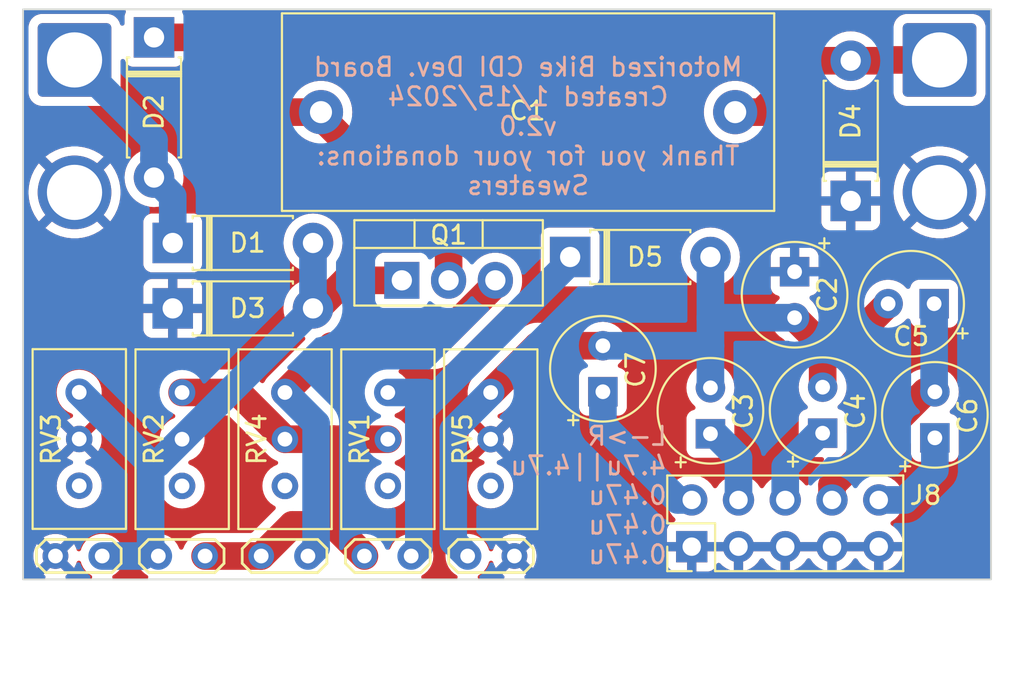
<source format=kicad_pcb>
(kicad_pcb (version 20221018) (generator pcbnew)
  (layers (0 "F.Cu" signal) (31 "B.Cu" signal) (34 "B.Paste" user) (35 "F.Paste" user) (36 "B.SilkS" user "B.Silkscreen") (37 "F.SilkS" user "F.Silkscreen") (38 "B.Mask" user) (39 "F.Mask" user) (44 "Edge.Cuts" user))
  (net 0 "")
  (net 1 "Net-(D2-K)")
  (net 2 "Net-(D4-A)")
  (net 3 "GND")
  (net 4 "Net-(D5-A)")
  (net 5 "Net-(D1-K)")
  (net 6 "Net-(D1-A)")
  (net 7 "Net-(D5-K)")
  (net 8 "Net-(J3-Pin_1)")
  (net 9 "Net-(J3-Pin_2)")
  (net 15 "Net-(J8-Pin_4)")
  (net 16 "Net-(J8-Pin_6)")
  (net 17 "Net-(J8-Pin_8)")
  (net 18 "Net-(J8-Pin_10)")
  (net 19 "Net-(J8-Pin_2)")
  (footprint "TestPoint:TestPoint_2Pads_Pitch2.54mm_Drill0.8mm" (layer "F.Cu") (at 134.092 93.218 180)
    (fp_text reference "J4" hide)
    (fp_text value "scrD")
    (fp_line (start -1.03 -0.4) (end -0.53 -0.9) (stroke (width 0.15)) (layer "F.SilkS"))
    (fp_line (start -1.03 0.4) (end -1.03 -0.4) (stroke (width 0.15)) (layer "F.SilkS"))
    (fp_line (start -0.53 -0.9) (end 3.07 -0.9) (stroke (width 0.15)) (layer "F.SilkS"))
    (fp_line (start -0.53 0.9) (end -1.03 0.4) (stroke (width 0.15)) (layer "F.SilkS"))
    (fp_line (start 3.07 -0.9) (end 3.57 -0.4) (stroke (width 0.15)) (layer "F.SilkS"))
    (fp_line (start 3.07 0.9) (end -0.53 0.9) (stroke (width 0.15)) (layer "F.SilkS"))
    (fp_line (start 3.57 -0.4) (end 3.57 0.4) (stroke (width 0.15)) (layer "F.SilkS"))
    (fp_line (start 3.57 0.4) (end 3.07 0.9) (stroke (width 0.15)) (layer "F.SilkS"))
    (pad "1" thru_hole circle (at 0 0 180) (size 1.4 1.4) (drill 0.8) (layers "*.Cu" "*.Mask") (net 9 "Net-(J3-Pin_2)"))
    (pad "2" thru_hole circle (at 2.54 0 180) (size 1.4 1.4) (drill 0.8) (layers "*.Cu" "*.Mask") (net 6 "Net-(D1-A)"))
  )
  (footprint "Diode_THT:D_DO-41_SOD81_P7.62mm_Horizontal" (layer "F.Cu") (at 153.924 76.962)
    (fp_text reference "D5" (at 4.064 0) (layer "F.SilkS"))
    (fp_text value "1N4007")
    (fp_line (start 1.09 -1.47) (end 6.53 -1.47) (stroke (width 0.12)) (layer "F.SilkS"))
    (fp_line (start 1.09 -1.34) (end 1.09 -1.47) (stroke (width 0.12)) (layer "F.SilkS"))
    (fp_line (start 1.09 1.34) (end 1.09 1.47) (stroke (width 0.12)) (layer "F.SilkS"))
    (fp_line (start 1.09 1.47) (end 6.53 1.47) (stroke (width 0.12)) (layer "F.SilkS"))
    (fp_line (start 1.87 -1.47) (end 1.87 1.47) (stroke (width 0.12)) (layer "F.SilkS"))
    (fp_line (start 1.99 -1.47) (end 1.99 1.47) (stroke (width 0.12)) (layer "F.SilkS"))
    (fp_line (start 2.11 -1.47) (end 2.11 1.47) (stroke (width 0.12)) (layer "F.SilkS"))
    (fp_line (start 6.53 -1.47) (end 6.53 -1.34) (stroke (width 0.12)) (layer "F.SilkS"))
    (fp_line (start 6.53 1.47) (end 6.53 1.34) (stroke (width 0.12)) (layer "F.SilkS"))
    (pad "1" thru_hole rect (at 0 0) (size 2.2 2.2) (drill 1.1) (layers "*.Cu" "*.Mask") (net 7 "Net-(D5-K)"))
    (pad "2" thru_hole oval (at 7.62 0) (size 2.2 2.2) (drill 1.1) (layers "*.Cu" "*.Mask") (net 4 "Net-(D5-A)"))
  )
  (footprint "Connector_PinHeader_2.54mm:PinHeader_2x05_P2.54mm_Vertical" (layer "F.Cu") (at 160.528 92.71 90)
    (fp_text reference "J8" (at 2.794 12.7 180) (layer "F.SilkS"))
    (fp_text value "Conn_02x05_Odd_Even")
    (fp_line (start -1.33 -1.33) (end 0 -1.33) (stroke (width 0.12)) (layer "F.SilkS"))
    (fp_line (start -1.33 0) (end -1.33 -1.33) (stroke (width 0.12)) (layer "F.SilkS"))
    (fp_line (start -1.33 1.27) (end -1.33 11.49) (stroke (width 0.12)) (layer "F.SilkS"))
    (fp_line (start -1.33 1.27) (end 1.27 1.27) (stroke (width 0.12)) (layer "F.SilkS"))
    (fp_line (start -1.33 11.49) (end 3.87 11.49) (stroke (width 0.12)) (layer "F.SilkS"))
    (fp_line (start 1.27 -1.33) (end 3.87 -1.33) (stroke (width 0.12)) (layer "F.SilkS"))
    (fp_line (start 1.27 1.27) (end 1.27 -1.33) (stroke (width 0.12)) (layer "F.SilkS"))
    (fp_line (start 3.87 -1.33) (end 3.87 11.49) (stroke (width 0.12)) (layer "F.SilkS"))
    (pad "1" thru_hole rect (at 0 0 90) (size 1.7 1.7) (drill 1) (layers "*.Cu" "*.Mask") (net 3 "GND"))
    (pad "2" thru_hole oval (at 2.54 0 90) (size 1.7 1.7) (drill 1) (layers "*.Cu" "*.Mask") (net 19 "Net-(J8-Pin_2)"))
    (pad "3" thru_hole oval (at 0 2.54 90) (size 1.7 1.7) (drill 1) (layers "*.Cu" "*.Mask") (net 3 "GND"))
    (pad "4" thru_hole oval (at 2.54 2.54 90) (size 1.7 1.7) (drill 1) (layers "*.Cu" "*.Mask") (net 15 "Net-(J8-Pin_4)"))
    (pad "5" thru_hole oval (at 0 5.08 90) (size 1.7 1.7) (drill 1) (layers "*.Cu" "*.Mask") (net 3 "GND"))
    (pad "6" thru_hole oval (at 2.54 5.08 90) (size 1.7 1.7) (drill 1) (layers "*.Cu" "*.Mask") (net 16 "Net-(J8-Pin_6)"))
    (pad "7" thru_hole oval (at 0 7.62 90) (size 1.7 1.7) (drill 1) (layers "*.Cu" "*.Mask") (net 3 "GND"))
    (pad "8" thru_hole oval (at 2.54 7.62 90) (size 1.7 1.7) (drill 1) (layers "*.Cu" "*.Mask") (net 17 "Net-(J8-Pin_8)"))
    (pad "9" thru_hole oval (at 0 10.16 90) (size 1.7 1.7) (drill 1) (layers "*.Cu" "*.Mask") (net 3 "GND"))
    (pad "10" thru_hole oval (at 2.54 10.16 90) (size 1.7 1.7) (drill 1) (layers "*.Cu" "*.Mask") (net 18 "Net-(J8-Pin_10)"))
  )
  (footprint "Potentiometer_THT:Potentiometer_Bourns_3296W_Vertical" (layer "F.Cu") (at 149.606 84.328 90)
    (fp_text reference "RV5" (at -2.54 -1.524 90) (layer "F.SilkS"))
    (fp_text value "1k")
    (fp_line (start -7.425 -2.53) (end -7.425 2.54) (stroke (width 0.12)) (layer "F.SilkS"))
    (fp_line (start -7.425 -2.53) (end 2.345 -2.53) (stroke (width 0.12)) (layer "F.SilkS"))
    (fp_line (start -7.425 2.54) (end 2.345 2.54) (stroke (width 0.12)) (layer "F.SilkS"))
    (fp_line (start 2.345 -2.53) (end 2.345 2.54) (stroke (width 0.12)) (layer "F.SilkS"))
    (pad "1" thru_hole circle (at 0 0 90) (size 1.44 1.44) (drill 0.8) (layers "*.Cu" "*.Mask") (net 4 "Net-(D5-A)"))
    (pad "2" thru_hole circle (at -2.54 0 90) (size 1.44 1.44) (drill 0.8) (layers "*.Cu" "*.Mask") (net 3 "GND"))
    (pad "3" thru_hole circle (at -5.08 0 90) (size 1.44 1.44) (drill 0.8) (layers "*.Cu" "*.Mask"))
  )
  (footprint "Connector_Wire:SolderWire-2.5sqmm_1x02_P7.2mm_D2.4mm_OD3.6mm" (layer "F.Cu") (at 127 66.25 -90)
    (fp_text reference "J1" hide)
    (fp_text value "MAG")
    (pad "1" thru_hole roundrect (at 0 0 270) (size 4 4) (drill 3) (layers "*.Cu" "*.Mask") (roundrect_rratio 0.0625) (net 5 "Net-(D1-K)"))
    (pad "2" thru_hole circle (at 7.2 0 270) (size 4 4) (drill 3) (layers "*.Cu" "*.Mask") (net 3 "GND"))
  )
  (footprint "Diode_THT:D_DO-41_SOD81_P7.62mm_Horizontal" (layer "F.Cu") (at 132.334 76.2)
    (fp_text reference "D1" (at 4.064 0) (layer "F.SilkS"))
    (fp_text value "1N4007")
    (fp_line (start 1.09 -1.47) (end 6.53 -1.47) (stroke (width 0.12)) (layer "F.SilkS"))
    (fp_line (start 1.09 -1.34) (end 1.09 -1.47) (stroke (width 0.12)) (layer "F.SilkS"))
    (fp_line (start 1.09 1.34) (end 1.09 1.47) (stroke (width 0.12)) (layer "F.SilkS"))
    (fp_line (start 1.09 1.47) (end 6.53 1.47) (stroke (width 0.12)) (layer "F.SilkS"))
    (fp_line (start 1.87 -1.47) (end 1.87 1.47) (stroke (width 0.12)) (layer "F.SilkS"))
    (fp_line (start 1.99 -1.47) (end 1.99 1.47) (stroke (width 0.12)) (layer "F.SilkS"))
    (fp_line (start 2.11 -1.47) (end 2.11 1.47) (stroke (width 0.12)) (layer "F.SilkS"))
    (fp_line (start 6.53 -1.47) (end 6.53 -1.34) (stroke (width 0.12)) (layer "F.SilkS"))
    (fp_line (start 6.53 1.47) (end 6.53 1.34) (stroke (width 0.12)) (layer "F.SilkS"))
    (pad "1" thru_hole rect (at 0 0) (size 2.2 2.2) (drill 1.1) (layers "*.Cu" "*.Mask") (net 5 "Net-(D1-K)"))
    (pad "2" thru_hole oval (at 7.62 0) (size 2.2 2.2) (drill 1.1) (layers "*.Cu" "*.Mask") (net 6 "Net-(D1-A)"))
  )
  (footprint "Capacitor_THT:CP_Radial_Tantal_D5.5mm_P2.50mm" (layer "F.Cu") (at 155.702 84.288 90)
    (fp_text reference "C7" (at 1.196369 1.778 90) (layer "F.SilkS"))
    (fp_text value "0.47u")
    (fp_line (start -1.822262 -1.615) (end -1.272262 -1.615) (stroke (width 0.12)) (layer "F.SilkS"))
    (fp_line (start -1.547262 -1.89) (end -1.547262 -1.34) (stroke (width 0.12)) (layer "F.SilkS"))
    (fp_circle (center 1.25 0) (end 4.12 0) (stroke (width 0.12)) (fill none) (layer "F.SilkS"))
    (pad "1" thru_hole rect (at 0 0 90) (size 1.6 1.6) (drill 0.8) (layers "*.Cu" "*.Mask") (net 19 "Net-(J8-Pin_2)"))
    (pad "2" thru_hole circle (at 2.5 0 90) (size 1.6 1.6) (drill 0.8) (layers "*.Cu" "*.Mask") (net 4 "Net-(D5-A)"))
  )
  (footprint "Capacitor_THT:CP_Radial_Tantal_D5.5mm_P2.50mm" (layer "F.Cu") (at 173.736 86.7944 90)
    (fp_text reference "C6" (at 1.196369 1.778 90) (layer "F.SilkS"))
    (fp_text value "4.7u")
    (fp_line (start -1.822262 -1.615) (end -1.272262 -1.615) (stroke (width 0.12)) (layer "F.SilkS"))
    (fp_line (start -1.547262 -1.89) (end -1.547262 -1.34) (stroke (width 0.12)) (layer "F.SilkS"))
    (fp_circle (center 1.25 0) (end 4.12 0) (stroke (width 0.12)) (fill none) (layer "F.SilkS"))
    (pad "1" thru_hole rect (at 0 0 90) (size 1.6 1.6) (drill 0.8) (layers "*.Cu" "*.Mask") (net 18 "Net-(J8-Pin_10)"))
    (pad "2" thru_hole circle (at 2.5 0 90) (size 1.6 1.6) (drill 0.8) (layers "*.Cu" "*.Mask") (net 17 "Net-(J8-Pin_8)"))
  )
  (footprint "Potentiometer_THT:Potentiometer_Bourns_3296W_Vertical" (layer "F.Cu") (at 127.254 84.318 90)
    (fp_text reference "RV3" (at -2.55 -1.524 90) (layer "F.SilkS"))
    (fp_text value "50")
    (fp_line (start -7.425 -2.53) (end -7.425 2.54) (stroke (width 0.12)) (layer "F.SilkS"))
    (fp_line (start -7.425 -2.53) (end 2.345 -2.53) (stroke (width 0.12)) (layer "F.SilkS"))
    (fp_line (start -7.425 2.54) (end 2.345 2.54) (stroke (width 0.12)) (layer "F.SilkS"))
    (fp_line (start 2.345 -2.53) (end 2.345 2.54) (stroke (width 0.12)) (layer "F.SilkS"))
    (pad "1" thru_hole circle (at 0 0 90) (size 1.44 1.44) (drill 0.8) (layers "*.Cu" "*.Mask") (net 6 "Net-(D1-A)"))
    (pad "2" thru_hole circle (at -2.54 0 90) (size 1.44 1.44) (drill 0.8) (layers "*.Cu" "*.Mask") (net 3 "GND"))
    (pad "3" thru_hole circle (at -5.08 0 90) (size 1.44 1.44) (drill 0.8) (layers "*.Cu" "*.Mask"))
  )
  (footprint "Potentiometer_THT:Potentiometer_Bourns_3296W_Vertical" (layer "F.Cu") (at 144.018 84.328 90)
    (fp_text reference "RV1" (at -2.54 -1.524 90) (layer "F.SilkS"))
    (fp_text value "50")
    (fp_line (start -7.425 -2.53) (end -7.425 2.54) (stroke (width 0.12)) (layer "F.SilkS"))
    (fp_line (start -7.425 -2.53) (end 2.345 -2.53) (stroke (width 0.12)) (layer "F.SilkS"))
    (fp_line (start -7.425 2.54) (end 2.345 2.54) (stroke (width 0.12)) (layer "F.SilkS"))
    (fp_line (start 2.345 -2.53) (end 2.345 2.54) (stroke (width 0.12)) (layer "F.SilkS"))
    (pad "1" thru_hole circle (at 0 0 90) (size 1.44 1.44) (drill 0.8) (layers "*.Cu" "*.Mask") (net 7 "Net-(D5-K)"))
    (pad "2" thru_hole circle (at -2.54 0 90) (size 1.44 1.44) (drill 0.8) (layers "*.Cu" "*.Mask") (net 9 "Net-(J3-Pin_2)"))
    (pad "3" thru_hole circle (at -5.08 0 90) (size 1.44 1.44) (drill 0.8) (layers "*.Cu" "*.Mask"))
  )
  (footprint "Potentiometer_THT:Potentiometer_Bourns_3296W_Vertical" (layer "F.Cu") (at 138.43 84.328 90)
    (fp_text reference "RV4" (at -2.54 -1.524 90) (layer "F.SilkS"))
    (fp_text value "500")
    (fp_line (start -7.425 -2.53) (end -7.425 2.54) (stroke (width 0.12)) (layer "F.SilkS"))
    (fp_line (start -7.425 -2.53) (end 2.345 -2.53) (stroke (width 0.12)) (layer "F.SilkS"))
    (fp_line (start -7.425 2.54) (end 2.345 2.54) (stroke (width 0.12)) (layer "F.SilkS"))
    (fp_line (start 2.345 -2.53) (end 2.345 2.54) (stroke (width 0.12)) (layer "F.SilkS"))
    (pad "1" thru_hole circle (at 0 0 90) (size 1.44 1.44) (drill 0.8) (layers "*.Cu" "*.Mask") (net 8 "Net-(J3-Pin_1)"))
    (pad "2" thru_hole circle (at -2.54 0 90) (size 1.44 1.44) (drill 0.8) (layers "*.Cu" "*.Mask") (net 9 "Net-(J3-Pin_2)"))
    (pad "3" thru_hole circle (at -5.08 0 90) (size 1.44 1.44) (drill 0.8) (layers "*.Cu" "*.Mask"))
  )
  (footprint "Diode_THT:D_DO-41_SOD81_P7.62mm_Horizontal" (layer "F.Cu") (at 169.164 73.914 90)
    (fp_text reference "D4" (at 4.318 0 90) (layer "F.SilkS"))
    (fp_text value "1N4007")
    (fp_line (start 1.09 -1.47) (end 6.53 -1.47) (stroke (width 0.12)) (layer "F.SilkS"))
    (fp_line (start 1.09 -1.34) (end 1.09 -1.47) (stroke (width 0.12)) (layer "F.SilkS"))
    (fp_line (start 1.09 1.34) (end 1.09 1.47) (stroke (width 0.12)) (layer "F.SilkS"))
    (fp_line (start 1.09 1.47) (end 6.53 1.47) (stroke (width 0.12)) (layer "F.SilkS"))
    (fp_line (start 1.87 -1.47) (end 1.87 1.47) (stroke (width 0.12)) (layer "F.SilkS"))
    (fp_line (start 1.99 -1.47) (end 1.99 1.47) (stroke (width 0.12)) (layer "F.SilkS"))
    (fp_line (start 2.11 -1.47) (end 2.11 1.47) (stroke (width 0.12)) (layer "F.SilkS"))
    (fp_line (start 6.53 -1.47) (end 6.53 -1.34) (stroke (width 0.12)) (layer "F.SilkS"))
    (fp_line (start 6.53 1.47) (end 6.53 1.34) (stroke (width 0.12)) (layer "F.SilkS"))
    (pad "1" thru_hole rect (at 0 0 90) (size 2.2 2.2) (drill 1.1) (layers "*.Cu" "*.Mask") (net 3 "GND"))
    (pad "2" thru_hole oval (at 7.62 0 90) (size 2.2 2.2) (drill 1.1) (layers "*.Cu" "*.Mask") (net 2 "Net-(D4-A)"))
  )
  (footprint "Capacitor_THT:CP_Radial_Tantal_D5.5mm_P2.50mm" (layer "F.Cu") (at 167.64 86.5404 90)
    (fp_text reference "C4" (at 1.196369 1.778 90) (layer "F.SilkS"))
    (fp_text value "0.47u")
    (fp_line (start -1.822262 -1.615) (end -1.272262 -1.615) (stroke (width 0.12)) (layer "F.SilkS"))
    (fp_line (start -1.547262 -1.89) (end -1.547262 -1.34) (stroke (width 0.12)) (layer "F.SilkS"))
    (fp_circle (center 1.25 0) (end 4.12 0) (stroke (width 0.12)) (fill none) (layer "F.SilkS"))
    (pad "1" thru_hole rect (at 0 0 90) (size 1.6 1.6) (drill 0.8) (layers "*.Cu" "*.Mask") (net 16 "Net-(J8-Pin_6)"))
    (pad "2" thru_hole circle (at 2.5 0 90) (size 1.6 1.6) (drill 0.8) (layers "*.Cu" "*.Mask") (net 4 "Net-(D5-A)"))
  )
  (footprint "Package_TO_SOT_THT:TO-220-3_Vertical" (layer "F.Cu") (at 144.78 78.232)
    (fp_text reference "Q1" (at 2.54 -2.469) (layer "F.SilkS"))
    (fp_text value "TIC106")
    (fp_line (start -2.58 -3.27) (end -2.58 1.371) (stroke (width 0.12)) (layer "F.SilkS"))
    (fp_line (start -2.58 -3.27) (end 7.66 -3.27) (stroke (width 0.12)) (layer "F.SilkS"))
    (fp_line (start -2.58 -1.76) (end 7.66 -1.76) (stroke (width 0.12)) (layer "F.SilkS"))
    (fp_line (start -2.58 1.371) (end 7.66 1.371) (stroke (width 0.12)) (layer "F.SilkS"))
    (fp_line (start 0.69 -3.27) (end 0.69 -1.76) (stroke (width 0.12)) (layer "F.SilkS"))
    (fp_line (start 4.391 -3.27) (end 4.391 -1.76) (stroke (width 0.12)) (layer "F.SilkS"))
    (fp_line (start 7.66 -3.27) (end 7.66 1.371) (stroke (width 0.12)) (layer "F.SilkS"))
    (pad "1" thru_hole rect (at 0 0) (size 1.905 2) (drill 1.1) (layers "*.Cu" "*.Mask") (net 6 "Net-(D1-A)"))
    (pad "2" thru_hole oval (at 2.54 0) (size 1.905 2) (drill 1.1) (layers "*.Cu" "*.Mask") (net 1 "Net-(D2-K)"))
    (pad "3" thru_hole oval (at 5.08 0) (size 1.905 2) (drill 1.1) (layers "*.Cu" "*.Mask") (net 8 "Net-(J3-Pin_1)"))
  )
  (footprint "Diode_THT:D_DO-41_SOD81_P7.62mm_Horizontal" (layer "F.Cu") (at 131.318 65.024 -90)
    (fp_text reference "D2" (at 4.064 0 90) (layer "F.SilkS"))
    (fp_text value "1N4007")
    (fp_line (start 1.09 -1.47) (end 6.53 -1.47) (stroke (width 0.12)) (layer "F.SilkS"))
    (fp_line (start 1.09 -1.34) (end 1.09 -1.47) (stroke (width 0.12)) (layer "F.SilkS"))
    (fp_line (start 1.09 1.34) (end 1.09 1.47) (stroke (width 0.12)) (layer "F.SilkS"))
    (fp_line (start 1.09 1.47) (end 6.53 1.47) (stroke (width 0.12)) (layer "F.SilkS"))
    (fp_line (start 1.87 -1.47) (end 1.87 1.47) (stroke (width 0.12)) (layer "F.SilkS"))
    (fp_line (start 1.99 -1.47) (end 1.99 1.47) (stroke (width 0.12)) (layer "F.SilkS"))
    (fp_line (start 2.11 -1.47) (end 2.11 1.47) (stroke (width 0.12)) (layer "F.SilkS"))
    (fp_line (start 6.53 -1.47) (end 6.53 -1.34) (stroke (width 0.12)) (layer "F.SilkS"))
    (fp_line (start 6.53 1.47) (end 6.53 1.34) (stroke (width 0.12)) (layer "F.SilkS"))
    (pad "1" thru_hole rect (at 0 0 270) (size 2.2 2.2) (drill 1.1) (layers "*.Cu" "*.Mask") (net 1 "Net-(D2-K)"))
    (pad "2" thru_hole oval (at 7.62 0 270) (size 2.2 2.2) (drill 1.1) (layers "*.Cu" "*.Mask") (net 5 "Net-(D1-K)"))
  )
  (footprint "TestPoint:TestPoint_2Pads_Pitch2.54mm_Drill0.8mm" (layer "F.Cu") (at 142.748 93.218)
    (fp_text reference "J5" hide)
    (fp_text value "AtG")
    (fp_line (start -1.03 -0.4) (end -0.53 -0.9) (stroke (width 0.15)) (layer "F.SilkS"))
    (fp_line (start -1.03 0.4) (end -1.03 -0.4) (stroke (width 0.15)) (layer "F.SilkS"))
    (fp_line (start -0.53 -0.9) (end 3.07 -0.9) (stroke (width 0.15)) (layer "F.SilkS"))
    (fp_line (start -0.53 0.9) (end -1.03 0.4) (stroke (width 0.15)) (layer "F.SilkS"))
    (fp_line (start 3.07 -0.9) (end 3.57 -0.4) (stroke (width 0.15)) (layer "F.SilkS"))
    (fp_line (start 3.07 0.9) (end -0.53 0.9) (stroke (width 0.15)) (layer "F.SilkS"))
    (fp_line (start 3.57 -0.4) (end 3.57 0.4) (stroke (width 0.15)) (layer "F.SilkS"))
    (fp_line (start 3.57 0.4) (end 3.07 0.9) (stroke (width 0.15)) (layer "F.SilkS"))
    (pad "1" thru_hole circle (at 0 0) (size 1.4 1.4) (drill 0.8) (layers "*.Cu" "*.Mask") (net 9 "Net-(J3-Pin_2)"))
    (pad "2" thru_hole circle (at 2.54 0) (size 1.4 1.4) (drill 0.8) (layers "*.Cu" "*.Mask") (net 7 "Net-(D5-K)"))
  )
  (footprint "Capacitor_THT:CP_Radial_Tantal_D5.5mm_P2.50mm" (layer "F.Cu") (at 166.116 77.764 -90)
    (fp_text reference "C2" (at 1.25 -1.778 -90) (layer "F.SilkS"))
    (fp_text value "0.47u")
    (fp_line (start -1.822262 -1.615) (end -1.272262 -1.615) (stroke (width 0.12)) (layer "F.SilkS"))
    (fp_line (start -1.547262 -1.89) (end -1.547262 -1.34) (stroke (width 0.12)) (layer "F.SilkS"))
    (fp_circle (center 1.25 0) (end 4.12 0) (stroke (width 0.12)) (fill none) (layer "F.SilkS"))
    (pad "1" thru_hole rect (at 0 0 270) (size 1.6 1.6) (drill 0.8) (layers "*.Cu" "*.Mask") (net 3 "GND"))
    (pad "2" thru_hole circle (at 2.5 0 270) (size 1.6 1.6) (drill 0.8) (layers "*.Cu" "*.Mask") (net 4 "Net-(D5-A)"))
  )
  (footprint "Diode_THT:D_DO-41_SOD81_P7.62mm_Horizontal" (layer "F.Cu") (at 132.334 79.756)
    (fp_text reference "D3" (at 4.064 0) (layer "F.SilkS"))
    (fp_text value "1N4007")
    (fp_line (start 1.09 -1.47) (end 6.53 -1.47) (stroke (width 0.12)) (layer "F.SilkS"))
    (fp_line (start 1.09 -1.34) (end 1.09 -1.47) (stroke (width 0.12)) (layer "F.SilkS"))
    (fp_line (start 1.09 1.34) (end 1.09 1.47) (stroke (width 0.12)) (layer "F.SilkS"))
    (fp_line (start 1.09 1.47) (end 6.53 1.47) (stroke (width 0.12)) (layer "F.SilkS"))
    (fp_line (start 1.87 -1.47) (end 1.87 1.47) (stroke (width 0.12)) (layer "F.SilkS"))
    (fp_line (start 1.99 -1.47) (end 1.99 1.47) (stroke (width 0.12)) (layer "F.SilkS"))
    (fp_line (start 2.11 -1.47) (end 2.11 1.47) (stroke (width 0.12)) (layer "F.SilkS"))
    (fp_line (start 6.53 -1.47) (end 6.53 -1.34) (stroke (width 0.12)) (layer "F.SilkS"))
    (fp_line (start 6.53 1.47) (end 6.53 1.34) (stroke (width 0.12)) (layer "F.SilkS"))
    (pad "1" thru_hole rect (at 0 0) (size 2.2 2.2) (drill 1.1) (layers "*.Cu" "*.Mask") (net 3 "GND"))
    (pad "2" thru_hole oval (at 7.62 0) (size 2.2 2.2) (drill 1.1) (layers "*.Cu" "*.Mask") (net 6 "Net-(D1-A)"))
  )
  (footprint "Capacitor_THT:C_Rect_L26.5mm_W10.5mm_P22.50mm_MKS4" (layer "F.Cu") (at 140.388 69.088)
    (fp_text reference "C1" (at 11.214 -0.074) (layer "F.SilkS"))
    (fp_text value "1u")
    (fp_line (start -2.12 -5.37) (end -2.12 5.37) (stroke (width 0.12)) (layer "F.SilkS"))
    (fp_line (start -2.12 -5.37) (end 24.62 -5.37) (stroke (width 0.12)) (layer "F.SilkS"))
    (fp_line (start -2.12 5.37) (end 24.62 5.37) (stroke (width 0.12)) (layer "F.SilkS"))
    (fp_line (start 24.62 -5.37) (end 24.62 5.37) (stroke (width 0.12)) (layer "F.SilkS"))
    (pad "1" thru_hole circle (at 0 0) (size 2.4 2.4) (drill 1.2) (layers "*.Cu" "*.Mask") (net 1 "Net-(D2-K)"))
    (pad "2" thru_hole circle (at 22.5 0) (size 2.4 2.4) (drill 1.2) (layers "*.Cu" "*.Mask") (net 2 "Net-(D4-A)"))
  )
  (footprint "Capacitor_THT:CP_Radial_Tantal_D5.5mm_P2.50mm" (layer "F.Cu") (at 161.544 86.574 90)
    (fp_text reference "C3" (at 1.23 1.778 90) (layer "F.SilkS"))
    (fp_text value "0.47u")
    (fp_line (start -1.822262 -1.615) (end -1.272262 -1.615) (stroke (width 0.12)) (layer "F.SilkS"))
    (fp_line (start -1.547262 -1.89) (end -1.547262 -1.34) (stroke (width 0.12)) (layer "F.SilkS"))
    (fp_circle (center 1.25 0) (end 4.12 0) (stroke (width 0.12)) (fill none) (layer "F.SilkS"))
    (pad "1" thru_hole rect (at 0 0 90) (size 1.6 1.6) (drill 0.8) (layers "*.Cu" "*.Mask") (net 15 "Net-(J8-Pin_4)"))
    (pad "2" thru_hole circle (at 2.5 0 90) (size 1.6 1.6) (drill 0.8) (layers "*.Cu" "*.Mask") (net 4 "Net-(D5-A)"))
  )
  (footprint "TestPoint:TestPoint_2Pads_Pitch2.54mm_Drill0.8mm" (layer "F.Cu") (at 139.68 93.218 180)
    (fp_text reference "J3" hide)
    (fp_text value "GtD")
    (fp_line (start -1.03 -0.4) (end -0.53 -0.9) (stroke (width 0.15)) (layer "F.SilkS"))
    (fp_line (start -1.03 0.4) (end -1.03 -0.4) (stroke (width 0.15)) (layer "F.SilkS"))
    (fp_line (start -0.53 -0.9) (end 3.07 -0.9) (stroke (width 0.15)) (layer "F.SilkS"))
    (fp_line (start -0.53 0.9) (end -1.03 0.4) (stroke (width 0.15)) (layer "F.SilkS"))
    (fp_line (start 3.07 -0.9) (end 3.57 -0.4) (stroke (width 0.15)) (layer "F.SilkS"))
    (fp_line (start 3.07 0.9) (end -0.53 0.9) (stroke (width 0.15)) (layer "F.SilkS"))
    (fp_line (start 3.57 -0.4) (end 3.57 0.4) (stroke (width 0.15)) (layer "F.SilkS"))
    (fp_line (start 3.57 0.4) (end 3.07 0.9) (stroke (width 0.15)) (layer "F.SilkS"))
    (pad "1" thru_hole circle (at 0 0 180) (size 1.4 1.4) (drill 0.8) (layers "*.Cu" "*.Mask") (net 8 "Net-(J3-Pin_1)"))
    (pad "2" thru_hole circle (at 2.54 0 180) (size 1.4 1.4) (drill 0.8) (layers "*.Cu" "*.Mask") (net 9 "Net-(J3-Pin_2)"))
  )
  (footprint "Capacitor_THT:CP_Radial_Tantal_D5.5mm_P2.50mm" (layer "F.Cu") (at 173.696 79.502 180)
    (fp_text reference "C5" (at 1.25 -1.778) (layer "F.SilkS"))
    (fp_text value "4.7u")
    (fp_line (start -1.822262 -1.615) (end -1.272262 -1.615) (stroke (width 0.12)) (layer "F.SilkS"))
    (fp_line (start -1.547262 -1.89) (end -1.547262 -1.34) (stroke (width 0.12)) (layer "F.SilkS"))
    (fp_circle (center 1.25 0) (end 4.12 0) (stroke (width 0.12)) (fill none) (layer "F.SilkS"))
    (pad "1" thru_hole rect (at 0 0 180) (size 1.6 1.6) (drill 0.8) (layers "*.Cu" "*.Mask") (net 17 "Net-(J8-Pin_8)"))
    (pad "2" thru_hole circle (at 2.5 0 180) (size 1.6 1.6) (drill 0.8) (layers "*.Cu" "*.Mask") (net 4 "Net-(D5-A)"))
  )
  (footprint "Potentiometer_THT:Potentiometer_Bourns_3296W_Vertical" (layer "F.Cu") (at 132.842 84.328 90)
    (fp_text reference "RV2" (at -2.54 -1.524 90) (layer "F.SilkS"))
    (fp_text value "2k")
    (fp_line (start -7.425 -2.53) (end -7.425 2.54) (stroke (width 0.12)) (layer "F.SilkS"))
    (fp_line (start -7.425 -2.53) (end 2.345 -2.53) (stroke (width 0.12)) (layer "F.SilkS"))
    (fp_line (start -7.425 2.54) (end 2.345 2.54) (stroke (width 0.12)) (layer "F.SilkS"))
    (fp_line (start 2.345 -2.53) (end 2.345 2.54) (stroke (width 0.12)) (layer "F.SilkS"))
    (pad "1" thru_hole circle (at 0 0 90) (size 1.44 1.44) (drill 0.8) (layers "*.Cu" "*.Mask") (net 9 "Net-(J3-Pin_2)"))
    (pad "2" thru_hole circle (at -2.54 0 90) (size 1.44 1.44) (drill 0.8) (layers "*.Cu" "*.Mask") (net 6 "Net-(D1-A)"))
    (pad "3" thru_hole circle (at -5.08 0 90) (size 1.44 1.44) (drill 0.8) (layers "*.Cu" "*.Mask"))
  )
  (footprint "TestPoint:TestPoint_2Pads_Pitch2.54mm_Drill0.8mm" (layer "F.Cu") (at 148.356 93.218)
    (fp_text reference "J7" hide)
    (fp_text value "aD")
    (fp_line (start -1.03 -0.4) (end -0.53 -0.9) (stroke (width 0.15)) (layer "F.SilkS"))
    (fp_line (start -1.03 0.4) (end -1.03 -0.4) (stroke (width 0.15)) (layer "F.SilkS"))
    (fp_line (start -0.53 -0.9) (end 3.07 -0.9) (stroke (width 0.15)) (layer "F.SilkS"))
    (fp_line (start -0.53 0.9) (end -1.03 0.4) (stroke (width 0.15)) (layer "F.SilkS"))
    (fp_line (start 3.07 -0.9) (end 3.57 -0.4) (stroke (width 0.15)) (layer "F.SilkS"))
    (fp_line (start 3.07 0.9) (end -0.53 0.9) (stroke (width 0.15)) (layer "F.SilkS"))
    (fp_line (start 3.57 -0.4) (end 3.57 0.4) (stroke (width 0.15)) (layer "F.SilkS"))
    (fp_line (start 3.57 0.4) (end 3.07 0.9) (stroke (width 0.15)) (layer "F.SilkS"))
    (pad "1" thru_hole circle (at 0 0) (size 1.4 1.4) (drill 0.8) (layers "*.Cu" "*.Mask") (net 4 "Net-(D5-A)"))
    (pad "2" thru_hole circle (at 2.54 0) (size 1.4 1.4) (drill 0.8) (layers "*.Cu" "*.Mask") (net 3 "GND"))
  )
  (footprint "Connector_Wire:SolderWire-2.5sqmm_1x02_P7.2mm_D2.4mm_OD3.6mm" (layer "F.Cu") (at 173.99 66.25 -90)
    (fp_text reference "J6" hide)
    (fp_text value "COIL")
    (pad "1" thru_hole roundrect (at 0 0 270) (size 4 4) (drill 3) (layers "*.Cu" "*.Mask") (roundrect_rratio 0.0625) (net 2 "Net-(D4-A)"))
    (pad "2" thru_hole circle (at 7.2 0 270) (size 4 4) (drill 3) (layers "*.Cu" "*.Mask") (net 3 "GND"))
  )
  (footprint "TestPoint:TestPoint_2Pads_Pitch2.54mm_Drill0.8mm" (layer "F.Cu") (at 128.504 93.218 180)
    (fp_text reference "J2" hide)
    (fp_text value "lD")
    (fp_line (start -1.03 -0.4) (end -0.53 -0.9) (stroke (width 0.15)) (layer "F.SilkS"))
    (fp_line (start -1.03 0.4) (end -1.03 -0.4) (stroke (width 0.15)) (layer "F.SilkS"))
    (fp_line (start -0.53 -0.9) (end 3.07 -0.9) (stroke (width 0.15)) (layer "F.SilkS"))
    (fp_line (start -0.53 0.9) (end -1.03 0.4) (stroke (width 0.15)) (layer "F.SilkS"))
    (fp_line (start 3.07 -0.9) (end 3.57 -0.4) (stroke (width 0.15)) (layer "F.SilkS"))
    (fp_line (start 3.07 0.9) (end -0.53 0.9) (stroke (width 0.15)) (layer "F.SilkS"))
    (fp_line (start 3.57 -0.4) (end 3.57 0.4) (stroke (width 0.15)) (layer "F.SilkS"))
    (fp_line (start 3.57 0.4) (end 3.07 0.9) (stroke (width 0.15)) (layer "F.SilkS"))
    (pad "1" thru_hole circle (at 0 0 180) (size 1.4 1.4) (drill 0.8) (layers "*.Cu" "*.Mask") (net 6 "Net-(D1-A)"))
    (pad "2" thru_hole circle (at 2.54 0 180) (size 1.4 1.4) (drill 0.8) (layers "*.Cu" "*.Mask") (net 3 "GND"))
  )
  (gr_rect (start 124.206 63.5) (end 176.784 94.488) (stroke (width 0.1)) (fill none) (layer "Edge.Cuts"))
  (gr_text "L->R\n4.7u||4.7u\n0.47u\n0.47u\n0.47u" (at 159.258 93.726) (layer "B.SilkS") (effects (font (size 1 1)) (justify left bottom mirror)))
  (gr_text "Motorized Bike CDI Dev. Board\nCreated 1/15/2024\nv2.0\nThank you for your donations:\nSweaters" (at 151.638 73.66) (layer "B.SilkS") (effects (font (size 1 1)) (justify bottom mirror)))
  (segment (start 140.388 69.3481) (end 147.32 76.2801) (width 1.5) (layer "F.Cu") (net 1))
  (segment (start 147.32 78.232) (end 147.32 76.2801) (width 1.5) (layer "F.Cu") (net 1))
  (segment (start 137.4339 69.088) (end 133.3699 65.024) (width 1.5) (layer "F.Cu") (net 1))
  (segment (start 131.318 65.024) (end 133.3699 65.024) (width 1.5) (layer "F.Cu") (net 1))
  (segment (start 140.388 69.088) (end 140.388 69.3481) (width 1.5) (layer "F.Cu") (net 1))
  (segment (start 140.388 69.088) (end 137.4339 69.088) (width 1.5) (layer "F.Cu") (net 1))
  (segment (start 169.164 66.294) (end 171.2159 66.294) (width 1.5) (layer "F.Cu") (net 2))
  (segment (start 169.164 66.294) (end 167.1121 66.294) (width 1.5) (layer "F.Cu") (net 2))
  (segment (start 171.2599 66.25) (end 171.2159 66.294) (width 1.5) (layer "F.Cu") (net 2))
  (segment (start 164.3181 69.088) (end 167.1121 66.294) (width 1.5) (layer "F.Cu") (net 2))
  (segment (start 173.99 66.25) (end 171.2599 66.25) (width 1.5) (layer "F.Cu") (net 2))
  (segment (start 162.888 69.088) (end 164.3181 69.088) (width 1.5) (layer "F.Cu") (net 2))
  (segment (start 166.116 80.264) (end 167.64 81.788) (width 1.5) (layer "F.Cu") (net 4))
  (segment (start 167.64 81.788) (end 167.64 84.0404) (width 1.5) (layer "F.Cu") (net 4))
  (segment (start 149.606 84.328) (end 152.146 81.788) (width 1.5) (layer "F.Cu") (net 4))
  (segment (start 168.91 81.788) (end 167.64 81.788) (width 1.5) (layer "F.Cu") (net 4))
  (segment (start 171.196 79.502) (end 168.91 81.788) (width 1.5) (layer "F.Cu") (net 4))
  (segment (start 152.146 81.788) (end 155.702 81.788) (width 1.5) (layer "F.Cu") (net 4))
  (segment (start 147.574 92.436) (end 148.356 93.218) (width 1.5) (layer "B.Cu") (net 4))
  (segment (start 161.544 76.962) (end 161.544 80.264) (width 1.5) (layer "B.Cu") (net 4))
  (segment (start 161.544 81.788) (end 161.544 84.074) (width 1.5) (layer "B.Cu") (net 4))
  (segment (start 149.606 84.328) (end 147.574 86.36) (width 1.5) (layer "B.Cu") (net 4))
  (segment (start 147.574 86.36) (end 147.574 92.436) (width 1.5) (layer "B.Cu") (net 4))
  (segment (start 161.544 80.264) (end 161.544 81.788) (width 1.5) (layer "B.Cu") (net 4))
  (segment (start 161.544 80.264) (end 166.116 80.264) (width 1.5) (layer "B.Cu") (net 4))
  (segment (start 155.702 81.788) (end 161.544 81.788) (width 1.5) (layer "B.Cu") (net 4))
  (segment (start 131.318 72.644) (end 132.334 73.66) (width 1.5) (layer "B.Cu") (net 5))
  (segment (start 132.334 73.66) (end 132.334 76.2) (width 1.5) (layer "B.Cu") (net 5))
  (segment (start 131.318 71.618) (end 131.318 70.5921) (width 1.5) (layer "B.Cu") (net 5))
  (segment (start 127 66.2741) (end 131.318 70.5921) (width 1.5) (layer "B.Cu") (net 5))
  (segment (start 127 66.25) (end 127 66.2741) (width 1.5) (layer "B.Cu") (net 5))
  (segment (start 131.318 72.644) (end 131.318 71.618) (width 1.5) (layer "B.Cu") (net 5))
  (segment (start 141.732 78.232) (end 140.208 79.756) (width 1.5) (layer "F.Cu") (net 6))
  (segment (start 140.208 79.756) (end 139.954 79.756) (width 1.5) (layer "F.Cu") (net 6))
  (segment (start 144.78 78.232) (end 141.732 78.232) (width 1.5) (layer "F.Cu") (net 6))
  (segment (start 130.7114 93.218) (end 128.504 93.218) (width 1.5) (layer "B.Cu") (net 6))
  (segment (start 127.254 84.318) (end 131.1317 88.1957) (width 1.5) (layer "B.Cu") (net 6))
  (segment (start 139.954 76.2) (end 139.954 79.756) (width 1.5) (layer "B.Cu") (net 6))
  (segment (start 131.5143 88.1957) (end 131.1317 88.1957) (width 1.5) (layer "B.Cu") (net 6))
  (segment (start 131.1317 88.1957) (end 131.1317 92.7977) (width 1.5) (layer "B.Cu") (net 6))
  (segment (start 132.842 86.868) (end 131.5143 88.1957) (width 1.5) (layer "B.Cu") (net 6))
  (segment (start 139.954 79.756) (end 132.842 86.868) (width 1.5) (layer "B.Cu") (net 6))
  (segment (start 131.1317 92.7977) (end 131.552 93.218) (width 1.5) (layer "B.Cu") (net 6))
  (segment (start 131.1317 92.7977) (end 130.7114 93.218) (width 1.5) (layer "B.Cu") (net 6))
  (segment (start 146.304 84.582) (end 145.7026 85.1834) (width 1.5) (layer "B.Cu") (net 7))
  (segment (start 145.7026 85.1834) (end 145.7026 92.8034) (width 1.5) (layer "B.Cu") (net 7))
  (segment (start 153.924 77.216) (end 145.9566 85.1834) (width 1.5) (layer "B.Cu") (net 7))
  (segment (start 145.9566 85.1834) (end 145.7026 85.1834) (width 1.5) (layer "B.Cu") (net 7))
  (segment (start 145.7026 92.8034) (end 145.288 93.218) (width 1.5) (layer "B.Cu") (net 7))
  (segment (start 144.018 84.328) (end 146.05 84.328) (width 1.5) (layer "B.Cu") (net 7))
  (segment (start 153.924 76.962) (end 153.924 77.216) (width 1.5) (layer "B.Cu") (net 7))
  (segment (start 146.05 84.328) (end 146.304 84.582) (width 1.5) (layer "B.Cu") (net 7))
  (segment (start 140.9516 81.8064) (end 138.43 84.328) (width 1.5) (layer "F.Cu") (net 8))
  (segment (start 146.5061 81.8064) (end 140.9516 81.8064) (width 1.5) (layer "F.Cu") (net 8))
  (segment (start 149.86 78.4525) (end 146.5061 81.8064) (width 1.5) (layer "F.Cu") (net 8))
  (segment (start 149.86 78.232) (end 149.86 78.4525) (width 1.5) (layer "F.Cu") (net 8))
  (segment (start 138.43 84.328) (end 140.123 86.021) (width 1.5) (layer "B.Cu") (net 8))
  (segment (start 140.123 86.021) (end 140.123 92.775) (width 1.5) (layer "B.Cu") (net 8))
  (segment (start 140.123 92.775) (end 139.68 93.218) (width 1.5) (layer "B.Cu") (net 8))
  (segment (start 132.842 84.328) (end 135.89 84.328) (width 1.5) (layer "F.Cu") (net 9))
  (segment (start 135.89 84.328) (end 138.43 86.868) (width 1.5) (layer "F.Cu") (net 9))
  (segment (start 137.14 93.218) (end 138.8321 91.5259) (width 1.5) (layer "F.Cu") (net 9))
  (segment (start 134.092 93.218) (end 137.14 93.218) (width 1.5) (layer "F.Cu") (net 9))
  (segment (start 138.8321 91.5259) (end 141.0559 91.5259) (width 1.5) (layer "F.Cu") (net 9))
  (segment (start 144.018 86.868) (end 141.0559 86.868) (width 1.5) (layer "F.Cu") (net 9))
  (segment (start 141.0559 91.5259) (end 141.0559 86.868) (width 1.5) (layer "F.Cu") (net 9))
  (segment (start 141.0559 91.5259) (end 142.748 93.218) (width 1.5) (layer "F.Cu") (net 9))
  (segment (start 141.0559 86.868) (end 138.43 86.868) (width 1.5) (layer "F.Cu") (net 9))
  (segment (start 161.544 86.574) (end 161.758 86.574) (width 1.5) (layer "B.Cu") (net 15))
  (segment (start 163.068 87.884) (end 163.068 90.17) (width 1.5) (layer "B.Cu") (net 15))
  (segment (start 161.758 86.574) (end 163.068 87.884) (width 1.5) (layer "B.Cu") (net 15))
  (segment (start 165.608 88.3681) (end 165.608 90.17) (width 1.5) (layer "B.Cu") (net 16))
  (segment (start 167.4357 86.5404) (end 165.608 88.3681) (width 1.5) (layer "B.Cu") (net 16))
  (segment (start 167.64 86.5404) (end 167.4357 86.5404) (width 1.5) (layer "B.Cu") (net 16))
  (segment (start 173.2083 84.2944) (end 173.736 84.2944) (width 1.5) (layer "F.Cu") (net 17))
  (segment (start 168.148 90.17) (end 168.148 89.3547) (width 1.5) (layer "F.Cu") (net 17))
  (segment (start 168.148 89.3547) (end 173.2083 84.2944) (width 1.5) (layer "F.Cu") (net 17))
  (segment (start 173.696 79.502) (end 173.696 84.2544) (width 1.5) (layer "B.Cu") (net 17))
  (segment (start 173.696 84.2544) (end 173.736 84.2944) (width 1.5) (layer "B.Cu") (net 17))
  (segment (start 173.736 88.5463) (end 172.1123 90.17) (width 1.5) (layer "B.Cu") (net 18))
  (segment (start 172.1123 90.17) (end 170.688 90.17) (width 1.5) (layer "B.Cu") (net 18))
  (segment (start 173.736 86.7944) (end 173.736 88.5463) (width 1.5) (layer "B.Cu") (net 18))
  (segment (start 155.702 86.106) (end 159.766 90.17) (width 1.5) (layer "B.Cu") (net 19))
  (segment (start 155.702 84.288) (end 155.702 86.106) (width 1.5) (layer "B.Cu") (net 19))
  (segment (start 159.766 90.17) (end 160.528 90.17) (width 1.5) (layer "B.Cu") (net 19))
  (zone (net 3) (net_name "GND") (layers "F&B.Cu") (connect_pads (clearance 0.5)) (min_thickness 0.25) (fill yes (thermal_gap 0.5) (thermal_bridge_width 0.5))
    (polygon (pts (xy 123.698 62.992) (xy 177.546 62.992) (xy 177.546 94.996) (xy 123.698 94.996)))
  )
)
</source>
